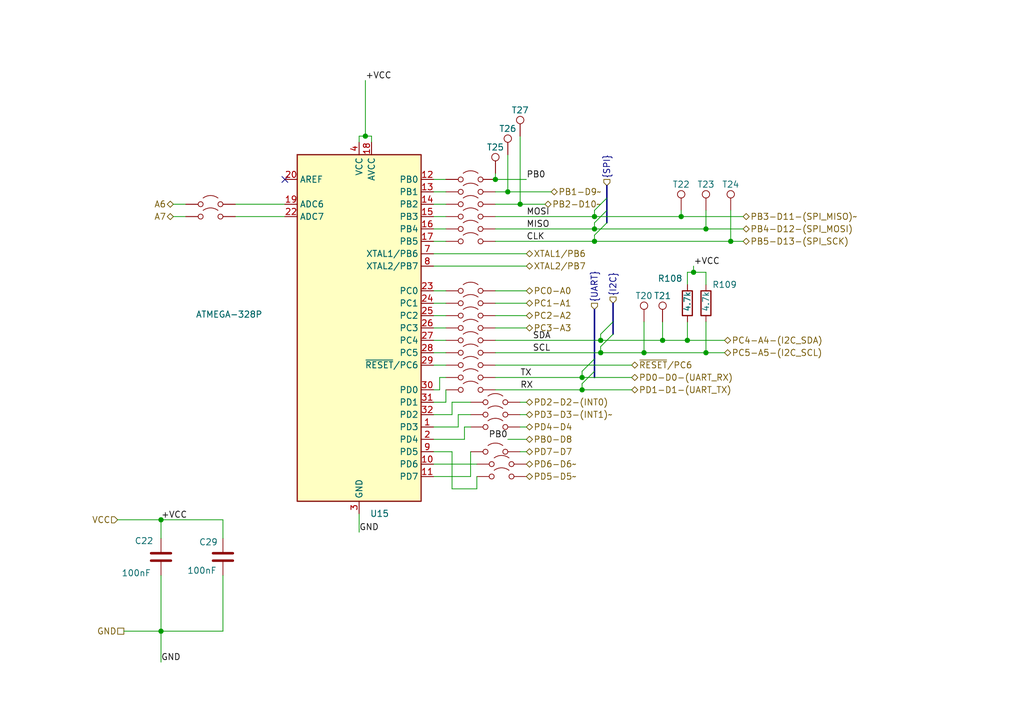
<source format=kicad_sch>
(kicad_sch (version 20231120) (generator "eeschema") (generator_version "8.0")
  (paper "A5")
  (title_block (title "MCU interfaces") (date "2024-04-17") (rev "1.0"))
  (lib_symbols
    (symbol "Connector:TestPoint" (pin_numbers hide) (pin_names (offset 0.762) hide)
      (property "Reference" "TP" (at 0 6.858 0))
      (property "Value" "TestPoint" (at 0 5.08 0))
      (symbol "TestPoint_0_1"
        (circle (center 0 3.302) (radius 0.762))
      )
      (symbol "TestPoint_1_1"
        (pin passive line (at 0 0 90) (length 2.54) (name "1") (number "1"))
      )
    )
    (symbol "Device:C" (pin_numbers hide) (pin_names (offset 0.254))
      (property "Reference" "C" (at 0.635 2.54 0))
      (property "Value" "C" (at 0.635 -2.54 0))
      (symbol "C_0_1"
        (polyline (pts (xy -2.032 -0.762) (xy 2.032 -0.762)) (stroke (width 0.508)))
        (polyline (pts (xy -2.032 0.762) (xy 2.032 0.762)) (stroke (width 0.508)))
      )
      (symbol "C_1_1"
        (pin passive line (at 0 3.81 270) (length 2.794) (name "~") (number "1"))
        (pin passive line (at 0 -3.81 90) (length 2.794) (name "~") (number "2"))
      )
    )
    (symbol "Device:R" (pin_numbers hide) (pin_names (offset 0))
      (property "Reference" "R" (at 2.032 0 90))
      (property "Value" "R" (at 0 0 90))
      (symbol "R_0_1"
        (rectangle (start -1.016 -2.54) (end 1.016 2.54) (stroke (width 0.254)))
      )
      (symbol "R_1_1"
        (pin passive line (at 0 3.81 270) (length 1.27) (name "~") (number "1"))
        (pin passive line (at 0 -3.81 90) (length 1.27) (name "~") (number "2"))
      )
    )
    (symbol "Jumper:Jumper_2_Open" (pin_numbers hide) (pin_names (offset 0) hide) (exclude_from_sim yes)
      (property "Reference" "JP" (at 0 2.794 0))
      (property "Value" "Jumper_2_Open" (at 0 -2.286 0))
      (symbol "Jumper_2_Open_0_0"
        (circle (center -2.032 0) (radius 0.508))
        (circle (center 2.032 0) (radius 0.508))
      )
      (symbol "Jumper_2_Open_0_1"
        (arc (start 1.524 1.27) (mid 0 1.778) (end -1.524 1.27))
      )
      (symbol "Jumper_2_Open_1_1"
        (pin passive line (at -5.08 0 0) (length 2.54) (name "A") (number "1"))
        (pin passive line (at 5.08 0 180) (length 2.54) (name "B") (number "2"))
      )
    )
    (symbol "MCU_Microchip_ATmega:ATmega328P-A"
      (property "Reference" "U" (at -12.7 36.83 0))
      (property "Value" "ATmega328P-A" (at 2.54 -36.83 0))
      (symbol "ATmega328P-A_0_1"
        (rectangle (start -12.7 -35.56) (end 12.7 35.56) (stroke (width 0.254)) (fill (type background)))
      )
      (symbol "ATmega328P-A_1_1"
        (pin bidirectional line (at 15.24 -20.32 180) (length 2.54) (name "PD3") (number "1"))
        (pin bidirectional line (at 15.24 -27.94 180) (length 2.54) (name "PD6") (number "10"))
        (pin bidirectional line (at 15.24 -30.48 180) (length 2.54) (name "PD7") (number "11"))
        (pin bidirectional line (at 15.24 30.48 180) (length 2.54) (name "PB0") (number "12"))
        (pin bidirectional line (at 15.24 27.94 180) (length 2.54) (name "PB1") (number "13"))
        (pin bidirectional line (at 15.24 25.4 180) (length 2.54) (name "PB2") (number "14"))
        (pin bidirectional line (at 15.24 22.86 180) (length 2.54) (name "PB3") (number "15"))
        (pin bidirectional line (at 15.24 20.32 180) (length 2.54) (name "PB4") (number "16"))
        (pin bidirectional line (at 15.24 17.78 180) (length 2.54) (name "PB5") (number "17"))
        (pin power_in line (at 2.54 38.1 270) (length 2.54) (name "AVCC") (number "18"))
        (pin input line (at -15.24 25.4 0) (length 2.54) (name "ADC6") (number "19"))
        (pin bidirectional line (at 15.24 -22.86 180) (length 2.54) (name "PD4") (number "2"))
        (pin passive line (at -15.24 30.48 0) (length 2.54) (name "AREF") (number "20"))
        (pin passive line (at 0 -38.1 90) (length 2.54) hide (name "GND") (number "21"))
        (pin input line (at -15.24 22.86 0) (length 2.54) (name "ADC7") (number "22"))
        (pin bidirectional line (at 15.24 7.62 180) (length 2.54) (name "PC0") (number "23"))
        (pin bidirectional line (at 15.24 5.08 180) (length 2.54) (name "PC1") (number "24"))
        (pin bidirectional line (at 15.24 2.54 180) (length 2.54) (name "PC2") (number "25"))
        (pin bidirectional line (at 15.24 0 180) (length 2.54) (name "PC3") (number "26"))
        (pin bidirectional line (at 15.24 -2.54 180) (length 2.54) (name "PC4") (number "27"))
        (pin bidirectional line (at 15.24 -5.08 180) (length 2.54) (name "PC5") (number "28"))
        (pin bidirectional line (at 15.24 -7.62 180) (length 2.54) (name "~{RESET}/PC6") (number "29"))
        (pin power_in line (at 0 -38.1 90) (length 2.54) (name "GND") (number "3"))
        (pin bidirectional line (at 15.24 -12.7 180) (length 2.54) (name "PD0") (number "30"))
        (pin bidirectional line (at 15.24 -15.24 180) (length 2.54) (name "PD1") (number "31"))
        (pin bidirectional line (at 15.24 -17.78 180) (length 2.54) (name "PD2") (number "32"))
        (pin power_in line (at 0 38.1 270) (length 2.54) (name "VCC") (number "4"))
        (pin passive line (at 0 -38.1 90) (length 2.54) hide (name "GND") (number "5"))
        (pin passive line (at 0 38.1 270) (length 2.54) hide (name "VCC") (number "6"))
        (pin bidirectional line (at 15.24 15.24 180) (length 2.54) (name "XTAL1/PB6") (number "7"))
        (pin bidirectional line (at 15.24 12.7 180) (length 2.54) (name "XTAL2/PB7") (number "8"))
        (pin bidirectional line (at 15.24 -25.4 180) (length 2.54) (name "PD5") (number "9"))
      )
    )
  )
  (junction (at 139.7 44.45))
  (junction (at 33.02 106.68))
  (junction (at 121.92 44.45))
  (junction (at 74.93 27.94))
  (junction (at 132.08 72.39))
  (junction (at 140.97 69.85))
  (junction (at 121.92 49.53))
  (junction (at 119.38 80.01))
  (junction (at 121.92 46.99))
  (junction (at 33.02 129.54))
  (junction (at 104.14 39.37))
  (junction (at 149.86 49.53))
  (junction (at 119.38 77.47))
  (junction (at 144.78 72.39))
  (junction (at 106.68 41.91))
  (junction (at 135.89 69.85))
  (junction (at 144.78 46.99))
  (junction (at 123.19 72.39))
  (junction (at 142.24 55.88))
  (junction (at 101.6 36.83))
  (junction (at 123.19 69.85))
  (no_connect (at 58.42 36.83))
  (bus_entry (at 121.92 45.72) (size 2.54 -2.54))
  (bus_entry (at 123.19 68.58) (size 2.54 -2.54))
  (bus_entry (at 121.92 48.26) (size 2.54 -2.54))
  (bus_entry (at 121.92 43.18) (size 2.54 -2.54))
  (bus_entry (at 123.19 71.12) (size 2.54 -2.54))
  (bus_entry (at 121.92 76.2) (size -2.54 2.54))
  (bus_entry (at 121.92 73.66) (size -2.54 2.54))
  (wire (pts (xy 106.68 92.71) (xy 107.95 92.71)))
  (wire (pts (xy 88.9 44.45) (xy 91.44 44.45)))
  (wire (pts (xy 140.97 66.04) (xy 140.97 69.85)))
  (wire (pts (xy 140.97 69.85) (xy 148.59 69.85)))
  (wire (pts (xy 123.19 72.39) (xy 132.08 72.39)))
  (wire (pts (xy 88.9 59.69) (xy 91.44 59.69)))
  (wire (pts (xy 48.26 44.45) (xy 58.42 44.45)))
  (wire (pts (xy 142.24 55.88) (xy 140.97 55.88)))
  (wire (pts (xy 88.9 41.91) (xy 91.44 41.91)))
  (wire (pts (xy 135.89 66.04) (xy 135.89 69.85)))
  (wire (pts (xy 101.6 62.23) (xy 107.95 62.23)))
  (wire (pts (xy 144.78 66.04) (xy 144.78 72.39)))
  (wire (pts (xy 104.14 90.17) (xy 107.95 90.17)))
  (wire (pts (xy 88.9 97.79) (xy 96.52 97.79)))
  (wire (pts (xy 25.4 129.54) (xy 33.02 129.54)))
  (wire (pts (xy 101.6 80.01) (xy 119.38 80.01)))
  (wire (pts (xy 92.71 92.71) (xy 92.71 100.33)))
  (wire (pts (xy 92.71 100.33) (xy 97.79 100.33)))
  (wire (pts (xy 76.2 27.94) (xy 76.2 29.21)))
  (wire (pts (xy 149.86 43.18) (xy 149.86 49.53)))
  (wire (pts (xy 135.89 69.85) (xy 140.97 69.85)))
  (wire (pts (xy 144.78 72.39) (xy 148.59 72.39)))
  (bus (pts (xy 125.73 66.04) (xy 125.73 68.58)))
  (wire (pts (xy 88.9 95.25) (xy 97.79 95.25)))
  (wire (pts (xy 88.9 54.61) (xy 107.95 54.61)))
  (wire (pts (xy 88.9 72.39) (xy 91.44 72.39)))
  (wire (pts (xy 142.24 55.88) (xy 144.78 55.88)))
  (wire (pts (xy 101.6 49.53) (xy 121.92 49.53)))
  (wire (pts (xy 97.79 97.79) (xy 97.79 100.33)))
  (wire (pts (xy 142.24 54.61) (xy 142.24 55.88)))
  (wire (pts (xy 101.6 69.85) (xy 123.19 69.85)))
  (wire (pts (xy 101.6 74.93) (xy 129.54 74.93)))
  (wire (pts (xy 88.9 39.37) (xy 91.44 39.37)))
  (wire (pts (xy 45.72 106.68) (xy 33.02 106.68)))
  (wire (pts (xy 88.9 92.71) (xy 92.71 92.71)))
  (wire (pts (xy 73.66 27.94) (xy 74.93 27.94)))
  (wire (pts (xy 140.97 55.88) (xy 140.97 58.42)))
  (wire (pts (xy 144.78 58.42) (xy 144.78 55.88)))
  (wire (pts (xy 139.7 44.45) (xy 152.4 44.45)))
  (wire (pts (xy 104.14 39.37) (xy 113.03 39.37)))
  (wire (pts (xy 45.72 118.11) (xy 45.72 129.54)))
  (wire (pts (xy 106.68 41.91) (xy 111.76 41.91)))
  (wire (pts (xy 90.17 77.47) (xy 91.44 77.47)))
  (wire (pts (xy 93.98 85.09) (xy 96.52 85.09)))
  (wire (pts (xy 88.9 90.17) (xy 95.25 90.17)))
  (wire (pts (xy 88.9 46.99) (xy 91.44 46.99)))
  (wire (pts (xy 101.6 67.31) (xy 107.95 67.31)))
  (wire (pts (xy 95.25 90.17) (xy 95.25 87.63)))
  (wire (pts (xy 101.6 77.47) (xy 119.38 77.47)))
  (wire (pts (xy 35.56 41.91) (xy 38.1 41.91)))
  (wire (pts (xy 88.9 85.09) (xy 92.71 85.09)))
  (wire (pts (xy 121.92 49.53) (xy 149.86 49.53)))
  (wire (pts (xy 48.26 41.91) (xy 58.42 41.91)))
  (wire (pts (xy 101.6 44.45) (xy 121.92 44.45)))
  (wire (pts (xy 88.9 36.83) (xy 91.44 36.83)))
  (wire (pts (xy 119.38 78.74) (xy 119.38 80.01)))
  (wire (pts (xy 73.66 109.22) (xy 73.66 105.41)))
  (bus (pts (xy 121.92 63.5) (xy 121.92 73.66)))
  (wire (pts (xy 101.6 41.91) (xy 106.68 41.91)))
  (wire (pts (xy 33.02 129.54) (xy 33.02 135.89)))
  (wire (pts (xy 88.9 67.31) (xy 91.44 67.31)))
  (wire (pts (xy 96.52 97.79) (xy 96.52 92.71)))
  (wire (pts (xy 33.02 106.68) (xy 33.02 110.49)))
  (wire (pts (xy 33.02 118.11) (xy 33.02 129.54)))
  (wire (pts (xy 95.25 87.63) (xy 96.52 87.63)))
  (wire (pts (xy 119.38 80.01) (xy 129.54 80.01)))
  (wire (pts (xy 121.92 46.99) (xy 144.78 46.99)))
  (wire (pts (xy 88.9 74.93) (xy 91.44 74.93)))
  (bus (pts (xy 121.92 76.2) (xy 121.92 77.47)))
  (wire (pts (xy 101.6 35.56) (xy 101.6 36.83)))
  (wire (pts (xy 88.9 69.85) (xy 91.44 69.85)))
  (wire (pts (xy 88.9 64.77) (xy 91.44 64.77)))
  (wire (pts (xy 104.14 31.75) (xy 104.14 39.37)))
  (wire (pts (xy 121.92 44.45) (xy 139.7 44.45)))
  (wire (pts (xy 88.9 80.01) (xy 90.17 80.01)))
  (wire (pts (xy 74.93 27.94) (xy 76.2 27.94)))
  (wire (pts (xy 35.56 44.45) (xy 38.1 44.45)))
  (wire (pts (xy 132.08 72.39) (xy 144.78 72.39)))
  (wire (pts (xy 106.68 27.94) (xy 106.68 41.91)))
  (wire (pts (xy 92.71 85.09) (xy 92.71 82.55)))
  (wire (pts (xy 92.71 82.55) (xy 96.52 82.55)))
  (bus (pts (xy 124.46 40.64) (xy 124.46 43.18)))
  (wire (pts (xy 73.66 27.94) (xy 73.66 29.21)))
  (wire (pts (xy 90.17 80.01) (xy 90.17 77.47)))
  (bus (pts (xy 124.46 43.18) (xy 124.46 45.72)))
  (bus (pts (xy 125.73 62.23) (xy 125.73 66.04)))
  (wire (pts (xy 101.6 59.69) (xy 107.95 59.69)))
  (wire (pts (xy 123.19 69.85) (xy 135.89 69.85)))
  (wire (pts (xy 88.9 87.63) (xy 93.98 87.63)))
  (wire (pts (xy 144.78 46.99) (xy 152.4 46.99)))
  (wire (pts (xy 101.6 46.99) (xy 121.92 46.99)))
  (wire (pts (xy 93.98 87.63) (xy 93.98 85.09)))
  (wire (pts (xy 139.7 43.18) (xy 139.7 44.45)))
  (wire (pts (xy 121.92 45.72) (xy 121.92 46.99)))
  (wire (pts (xy 101.6 72.39) (xy 123.19 72.39)))
  (wire (pts (xy 121.92 43.18) (xy 121.92 44.45)))
  (wire (pts (xy 121.92 48.26) (xy 121.92 49.53)))
  (wire (pts (xy 144.78 43.18) (xy 144.78 46.99)))
  (wire (pts (xy 149.86 49.53) (xy 152.4 49.53)))
  (wire (pts (xy 106.68 82.55) (xy 107.95 82.55)))
  (wire (pts (xy 88.9 52.07) (xy 107.95 52.07)))
  (wire (pts (xy 74.93 16.51) (xy 74.93 27.94)))
  (bus (pts (xy 124.46 38.1) (xy 124.46 40.64)))
  (wire (pts (xy 88.9 62.23) (xy 91.44 62.23)))
  (bus (pts (xy 121.92 73.66) (xy 121.92 76.2)))
  (wire (pts (xy 101.6 64.77) (xy 107.95 64.77)))
  (wire (pts (xy 88.9 49.53) (xy 91.44 49.53)))
  (wire (pts (xy 45.72 129.54) (xy 33.02 129.54)))
  (wire (pts (xy 24.13 106.68) (xy 33.02 106.68)))
  (wire (pts (xy 101.6 39.37) (xy 104.14 39.37)))
  (wire (pts (xy 106.68 87.63) (xy 107.95 87.63)))
  (wire (pts (xy 91.44 82.55) (xy 91.44 80.01)))
  (wire (pts (xy 123.19 68.58) (xy 123.19 69.85)))
  (wire (pts (xy 132.08 66.04) (xy 132.08 72.39)))
  (wire (pts (xy 101.6 36.83) (xy 107.95 36.83)))
  (wire (pts (xy 123.19 71.12) (xy 123.19 72.39)))
  (wire (pts (xy 45.72 110.49) (xy 45.72 106.68)))
  (wire (pts (xy 119.38 77.47) (xy 129.54 77.47)))
  (wire (pts (xy 119.38 76.2) (xy 119.38 77.47)))
  (wire (pts (xy 106.68 85.09) (xy 107.95 85.09)))
  (wire (pts (xy 88.9 82.55) (xy 91.44 82.55)))
  (label "SCL" (at 109.22 72.39 0))
  (label "PB0" (at 104.14 90.17 180))
  (label "RX" (at 106.68 80.01 0))
  (label "MISO" (at 107.95 46.99 0))
  (label "+VCC" (at 142.24 54.61 0))
  (label "GND" (at 33.02 135.89 0))
  (label "MOSI" (at 107.95 44.45 0))
  (label "CLK" (at 107.95 49.53 0))
  (label "SDA" (at 109.22 69.85 0))
  (label "+VCC" (at 74.93 16.51 0))
  (label "PB0" (at 107.95 36.83 0))
  (label "TX" (at 106.68 77.47 0))
  (label "+VCC" (at 33.02 106.68 0))
  (label "GND" (at 73.66 109.22 0))
  (hierarchical_label "PB0-D8" (shape bidirectional) (at 107.95 90.17 0))
  (hierarchical_label "GND" (shape passive) (at 25.4 129.54 180))
  (hierarchical_label "PC4-A4-(I2C_SDA)" (shape bidirectional) (at 148.59 69.85 0))
  (hierarchical_label "PC1-A1" (shape bidirectional) (at 107.95 62.23 0))
  (hierarchical_label "PB1-D9~" (shape bidirectional) (at 113.03 39.37 0))
  (hierarchical_label "PD5-D5~" (shape bidirectional) (at 107.95 97.79 0))
  (hierarchical_label "PC2-A2" (shape bidirectional) (at 107.95 64.77 0))
  (hierarchical_label "PD0-D0-(UART_RX)" (shape bidirectional) (at 129.54 77.47 0))
  (hierarchical_label "{SPI}" (shape input) (at 124.46 38.1 90))
  (hierarchical_label "PC5-A5-(I2C_SCL)" (shape bidirectional) (at 148.59 72.39 0))
  (hierarchical_label "PB4-D12-(SPI_MOSI)" (shape bidirectional) (at 152.4 46.99 0))
  (hierarchical_label "PC3-A3" (shape bidirectional) (at 107.95 67.31 0))
  (hierarchical_label "XTAL1/PB6" (shape bidirectional) (at 107.95 52.07 0))
  (hierarchical_label "PB2-D10~" (shape bidirectional) (at 111.76 41.91 0))
  (hierarchical_label "A7" (shape bidirectional) (at 35.56 44.45 180))
  (hierarchical_label "PB5-D13-(SPI_SCK)" (shape bidirectional) (at 152.4 49.53 0))
  (hierarchical_label "PD6-D6~" (shape bidirectional) (at 107.95 95.25 0))
  (hierarchical_label "A6" (shape bidirectional) (at 35.56 41.91 180))
  (hierarchical_label "PD2-D2-(INT0)" (shape bidirectional) (at 107.95 82.55 0))
  (hierarchical_label "PC0-A0" (shape bidirectional) (at 107.95 59.69 0))
  (hierarchical_label "{UART}" (shape input) (at 121.92 63.5 90))
  (hierarchical_label "PD7-D7" (shape bidirectional) (at 107.95 92.71 0))
  (hierarchical_label "PD4-D4" (shape bidirectional) (at 107.95 87.63 0))
  (hierarchical_label "PD1-D1-(UART_TX)" (shape bidirectional) (at 129.54 80.01 0))
  (hierarchical_label "PD3-D3-(INT1)~" (shape bidirectional) (at 107.95 85.09 0))
  (hierarchical_label "XTAL2/PB7" (shape bidirectional) (at 107.95 54.61 0))
  (hierarchical_label "PB3-D11-(SPI_MISO)~" (shape bidirectional) (at 152.4 44.45 0))
  (hierarchical_label "~{RESET}/PC6" (shape bidirectional) (at 129.54 74.93 0))
  (hierarchical_label "{I2C}" (shape input) (at 125.73 62.23 90))
  (hierarchical_label "VCC" (shape input) (at 24.13 106.68 180))
  (symbol (lib_id "Jumper:Jumper_2_Open") (at 101.6 87.63 0) (unit 1) (exclude_from_sim yes)
    (property "Reference" "JP25" (effects (hide yes)))
    (property "Value" "Jumper_2_Open" (effects (hide yes)))
    (property "Footprint" "Connector_PinHeader_1.27mm:PinHeader_1x02_P1.27mm_Vertical" (effects (hide yes)))
    (property "Description" "Jumper, 2-pole, open" (effects (hide yes)))
  )
  (symbol (lib_id "Jumper:Jumper_2_Open") (at 96.52 41.91 0) (unit 1) (exclude_from_sim yes)
    (property "Reference" "JP10" (effects (hide yes)))
    (property "Value" "Jumper_2_Open" (effects (hide yes)))
    (property "Footprint" "Connector_PinHeader_1.27mm:PinHeader_1x02_P1.27mm_Vertical" (effects (hide yes)))
    (property "Description" "Jumper, 2-pole, open" (effects (hide yes)))
  )
  (symbol (lib_id "Jumper:Jumper_2_Open") (at 96.52 69.85 0) (unit 1) (exclude_from_sim yes)
    (property "Reference" "JP18" (effects (hide yes)))
    (property "Value" "Jumper_2_Open" (effects (hide yes)))
    (property "Footprint" "Connector_PinHeader_1.27mm:PinHeader_1x02_P1.27mm_Vertical" (effects (hide yes)))
    (property "Description" "Jumper, 2-pole, open" (effects (hide yes)))
  )
  (symbol (lib_id "Jumper:Jumper_2_Open") (at 96.52 44.45 0) (unit 1) (exclude_from_sim yes)
    (property "Reference" "JP11" (effects (hide yes)))
    (property "Value" "Jumper_2_Open" (effects (hide yes)))
    (property "Footprint" "Connector_PinHeader_1.27mm:PinHeader_1x02_P1.27mm_Vertical" (effects (hide yes)))
    (property "Description" "Jumper, 2-pole, open" (effects (hide yes)))
  )
  (symbol (lib_id "Jumper:Jumper_2_Open") (at 96.52 74.93 0) (unit 1) (exclude_from_sim yes)
    (property "Reference" "JP20" (effects (hide yes)))
    (property "Value" "Jumper_2_Open" (effects (hide yes)))
    (property "Footprint" "Connector_PinHeader_1.27mm:PinHeader_1x02_P1.27mm_Vertical" (effects (hide yes)))
    (property "Description" "Jumper, 2-pole, open" (effects (hide yes)))
  )
  (symbol (lib_id "Jumper:Jumper_2_Open") (at 96.52 72.39 0) (unit 1) (exclude_from_sim yes)
    (property "Reference" "JP19" (effects (hide yes)))
    (property "Value" "Jumper_2_Open" (effects (hide yes)))
    (property "Footprint" "Connector_PinHeader_1.27mm:PinHeader_1x02_P1.27mm_Vertical" (effects (hide yes)))
    (property "Description" "Jumper, 2-pole, open" (effects (hide yes)))
  )
  (symbol (lib_id "Jumper:Jumper_2_Open") (at 96.52 39.37 0) (unit 1) (exclude_from_sim yes)
    (property "Reference" "JP9" (effects (hide yes)))
    (property "Value" "Jumper_2_Open" (effects (hide yes)))
    (property "Footprint" "Connector_PinHeader_1.27mm:PinHeader_1x02_P1.27mm_Vertical" (effects (hide yes)))
    (property "Description" "Jumper, 2-pole, open" (effects (hide yes)))
  )
  (symbol (lib_id "Connector:TestPoint") (at 139.7 43.18 0) (unit 1)
    (property "Reference" "T22" (at 139.7 37.846 0))
    (property "Value" "TP" (effects (hide yes)))
    (property "Footprint" "TestPoint:TestPoint_Pad_D1.0mm" (effects (hide yes)))
    (property "Description" "test point" (effects (hide yes)))
  )
  (symbol (lib_id "Jumper:Jumper_2_Open") (at 102.87 97.79 0) (unit 1) (exclude_from_sim yes)
    (property "Reference" "JP28" (effects (hide yes)))
    (property "Value" "Jumper_2_Open" (effects (hide yes)))
    (property "Footprint" "Connector_PinHeader_1.27mm:PinHeader_1x02_P1.27mm_Vertical" (effects (hide yes)))
    (property "Description" "Jumper, 2-pole, open" (effects (hide yes)))
  )
  (symbol (lib_id "Connector:TestPoint") (at 104.14 31.75 0) (unit 1)
    (property "Reference" "T26" (at 104.14 26.416 0))
    (property "Value" "TP" (effects (hide yes)))
    (property "Footprint" "TestPoint:TestPoint_Pad_D1.0mm" (effects (hide yes)))
    (property "Description" "test point" (effects (hide yes)))
  )
  (symbol (lib_id "Jumper:Jumper_2_Open") (at 102.87 95.25 0) (unit 1) (exclude_from_sim yes)
    (property "Reference" "JP27" (effects (hide yes)))
    (property "Value" "Jumper_2_Open" (effects (hide yes)))
    (property "Footprint" "Connector_PinHeader_1.27mm:PinHeader_1x02_P1.27mm_Vertical" (effects (hide yes)))
    (property "Description" "Jumper, 2-pole, open" (effects (hide yes)))
  )
  (symbol (lib_id "Connector:TestPoint") (at 135.89 66.04 0) (unit 1)
    (property "Reference" "T21" (at 135.89 60.706 0))
    (property "Value" "TP" (effects (hide yes)))
    (property "Footprint" "TestPoint:TestPoint_Pad_D1.0mm" (effects (hide yes)))
    (property "Description" "test point" (effects (hide yes)))
  )
  (symbol (lib_id "Jumper:Jumper_2_Open") (at 96.52 36.83 0) (unit 1) (exclude_from_sim yes)
    (property "Reference" "JP2" (effects (hide yes)))
    (property "Value" "Jumper_2_Open" (effects (hide yes)))
    (property "Footprint" "Connector_PinHeader_1.27mm:PinHeader_1x02_P1.27mm_Vertical" (effects (hide yes)))
    (property "Description" "Jumper, 2-pole, open" (effects (hide yes)))
  )
  (symbol (lib_id "Connector:TestPoint") (at 106.68 27.94 0) (unit 1)
    (property "Reference" "T27" (at 106.68 22.606 0))
    (property "Value" "TP" (effects (hide yes)))
    (property "Footprint" "TestPoint:TestPoint_Pad_D1.0mm" (effects (hide yes)))
    (property "Description" "test point" (effects (hide yes)))
  )
  (symbol (lib_id "Device:R") (at 140.97 62.23 0) (unit 1)
    (property "Reference" "R108" (at 134.874 57.15 0) (effects (justify left)))
    (property "Value" "4.7k" (at 140.97 64.008 90) (effects (justify left)))
    (property "Footprint" "Resistor_SMD:R_0603_1608Metric" (effects (hide yes)))
  )
  (symbol (lib_id "Jumper:Jumper_2_Open") (at 96.52 80.01 0) (unit 1) (exclude_from_sim yes)
    (property "Reference" "JP22" (effects (hide yes)))
    (property "Value" "Jumper_2_Open" (effects (hide yes)))
    (property "Footprint" "Connector_PinHeader_1.27mm:PinHeader_1x02_P1.27mm_Vertical" (effects (hide yes)))
    (property "Description" "Jumper, 2-pole, open" (effects (hide yes)))
  )
  (symbol (lib_id "MCU_Microchip_ATmega:ATmega328P-A") (at 73.66 67.31 0) (unit 1)
    (property "Reference" "U15" (at 75.8541 105.41 0) (effects (justify left)))
    (property "Value" "ATMEGA-328P" (at 40.132 64.516 0) (effects (justify left)))
    (property "Footprint" "Package_QFP:TQFP-32_7x7mm_P0.8mm" (effects (hide yes)))
    (property "Datasheet" "http://ww1.microchip.com/downloads/en/DeviceDoc/ATmega328_P%20AVR%20MCU%20with%20picoPower%20Technology%20Data%20Sheet%2040001984A.pdf" (effects (hide yes)))
    (property "Description" "20MHz, 32kB Flash, 2kB SRAM, 1kB EEPROM, TQFP-32" (effects (hide yes)))
  )
  (symbol (lib_id "Jumper:Jumper_2_Open") (at 96.52 62.23 0) (unit 1) (exclude_from_sim yes)
    (property "Reference" "JP15" (effects (hide yes)))
    (property "Value" "Jumper_2_Open" (effects (hide yes)))
    (property "Footprint" "Connector_PinHeader_1.27mm:PinHeader_1x02_P1.27mm_Vertical" (effects (hide yes)))
    (property "Description" "Jumper, 2-pole, open" (effects (hide yes)))
  )
  (symbol (lib_id "Jumper:Jumper_2_Open") (at 43.18 41.91 0) (mirror y) (unit 1) (exclude_from_sim yes)
    (property "Reference" "JP1" (effects (hide yes)))
    (property "Value" "Jumper_2_Open" (effects (hide yes)))
    (property "Footprint" "Connector_PinHeader_1.27mm:PinHeader_1x02_P1.27mm_Vertical" (effects (hide yes)))
    (property "Description" "Jumper, 2-pole, open" (effects (hide yes)))
  )
  (symbol (lib_id "Jumper:Jumper_2_Open") (at 96.52 46.99 0) (unit 1) (exclude_from_sim yes)
    (property "Reference" "JP12" (effects (hide yes)))
    (property "Value" "Jumper_2_Open" (effects (hide yes)))
    (property "Footprint" "Connector_PinHeader_1.27mm:PinHeader_1x02_P1.27mm_Vertical" (effects (hide yes)))
    (property "Description" "Jumper, 2-pole, open" (effects (hide yes)))
  )
  (symbol (lib_id "Device:R") (at 144.78 62.23 0) (unit 1)
    (property "Reference" "R109" (at 146.05 58.42 0) (effects (justify left)))
    (property "Value" "4.7k" (at 144.78 64.008 90) (effects (justify left)))
    (property "Footprint" "Resistor_SMD:R_0603_1608Metric" (effects (hide yes)))
  )
  (symbol (lib_id "Connector:TestPoint") (at 132.08 66.04 0) (unit 1)
    (property "Reference" "T20" (at 132.08 60.706 0))
    (property "Value" "TP" (effects (hide yes)))
    (property "Footprint" "TestPoint:TestPoint_Pad_D1.0mm" (effects (hide yes)))
    (property "Description" "test point" (effects (hide yes)))
  )
  (symbol (lib_id "Jumper:Jumper_2_Open") (at 96.52 49.53 0) (unit 1) (exclude_from_sim yes)
    (property "Reference" "JP13" (effects (hide yes)))
    (property "Value" "Jumper_2_Open" (effects (hide yes)))
    (property "Footprint" "Connector_PinHeader_1.27mm:PinHeader_1x02_P1.27mm_Vertical" (effects (hide yes)))
    (property "Description" "Jumper, 2-pole, open" (effects (hide yes)))
  )
  (symbol (lib_id "Connector:TestPoint") (at 101.6 35.56 0) (unit 1)
    (property "Reference" "T25" (at 101.6 30.226 0))
    (property "Value" "TP" (effects (hide yes)))
    (property "Footprint" "TestPoint:TestPoint_Pad_D1.0mm" (effects (hide yes)))
    (property "Description" "test point" (effects (hide yes)))
  )
  (symbol (lib_id "Device:C") (at 45.72 114.3 180) (unit 1)
    (property "Reference" "C29" (at 44.704 111.252 0) (effects (justify left)))
    (property "Value" "100nF" (at 44.45 117.094 0) (effects (justify left)))
    (property "Footprint" "Capacitor_SMD:C_0603_1608Metric" (effects (hide yes)))
  )
  (symbol (lib_id "Jumper:Jumper_2_Open") (at 96.52 64.77 0) (unit 1) (exclude_from_sim yes)
    (property "Reference" "JP16" (effects (hide yes)))
    (property "Value" "Jumper_2_Open" (effects (hide yes)))
    (property "Footprint" "Connector_PinHeader_1.27mm:PinHeader_1x02_P1.27mm_Vertical" (effects (hide yes)))
    (property "Description" "Jumper, 2-pole, open" (effects (hide yes)))
  )
  (symbol (lib_id "Jumper:Jumper_2_Open") (at 101.6 92.71 0) (unit 1) (exclude_from_sim yes)
    (property "Reference" "JP26" (effects (hide yes)))
    (property "Value" "Jumper_2_Open" (effects (hide yes)))
    (property "Footprint" "Connector_PinHeader_1.27mm:PinHeader_1x02_P1.27mm_Vertical" (effects (hide yes)))
    (property "Description" "Jumper, 2-pole, open" (effects (hide yes)))
  )
  (symbol (lib_id "Jumper:Jumper_2_Open") (at 96.52 77.47 0) (unit 1) (exclude_from_sim yes)
    (property "Reference" "JP21" (effects (hide yes)))
    (property "Value" "Jumper_2_Open" (effects (hide yes)))
    (property "Footprint" "Connector_PinHeader_1.27mm:PinHeader_1x02_P1.27mm_Vertical" (effects (hide yes)))
    (property "Description" "Jumper, 2-pole, open" (effects (hide yes)))
  )
  (symbol (lib_id "Connector:TestPoint") (at 149.86 43.18 0) (unit 1)
    (property "Reference" "T24" (at 149.86 37.846 0))
    (property "Value" "TP" (effects (hide yes)))
    (property "Footprint" "TestPoint:TestPoint_Pad_D1.0mm" (effects (hide yes)))
    (property "Description" "test point" (effects (hide yes)))
  )
  (symbol (lib_id "Device:C") (at 33.02 114.3 180) (unit 1)
    (property "Reference" "C22" (at 31.496 110.998 0) (effects (justify left)))
    (property "Value" "100nF" (at 30.988 117.602 0) (effects (justify left)))
    (property "Footprint" "Capacitor_SMD:C_0603_1608Metric" (effects (hide yes)))
  )
  (symbol (lib_id "Jumper:Jumper_2_Open") (at 96.52 59.69 0) (unit 1) (exclude_from_sim yes)
    (property "Reference" "JP14" (effects (hide yes)))
    (property "Value" "Jumper_2_Open" (effects (hide yes)))
    (property "Footprint" "Connector_PinHeader_1.27mm:PinHeader_1x02_P1.27mm_Vertical" (effects (hide yes)))
    (property "Description" "Jumper, 2-pole, open" (effects (hide yes)))
  )
  (symbol (lib_id "Jumper:Jumper_2_Open") (at 43.18 44.45 0) (mirror y) (unit 1) (exclude_from_sim yes)
    (property "Reference" "JP3" (effects (hide yes)))
    (property "Value" "Jumper_2_Open" (effects (hide yes)))
    (property "Footprint" "Connector_PinHeader_1.27mm:PinHeader_1x02_P1.27mm_Vertical" (effects (hide yes)))
    (property "Description" "Jumper, 2-pole, open" (effects (hide yes)))
  )
  (symbol (lib_id "Jumper:Jumper_2_Open") (at 96.52 67.31 0) (unit 1) (exclude_from_sim yes)
    (property "Reference" "JP17" (effects (hide yes)))
    (property "Value" "Jumper_2_Open" (effects (hide yes)))
    (property "Footprint" "Connector_PinHeader_1.27mm:PinHeader_1x02_P1.27mm_Vertical" (effects (hide yes)))
    (property "Description" "Jumper, 2-pole, open" (effects (hide yes)))
  )
  (symbol (lib_id "Connector:TestPoint") (at 144.78 43.18 0) (unit 1)
    (property "Reference" "T23" (at 144.78 37.846 0))
    (property "Value" "TP" (effects (hide yes)))
    (property "Footprint" "TestPoint:TestPoint_Pad_D1.0mm" (effects (hide yes)))
    (property "Description" "test point" (effects (hide yes)))
  )
  (symbol (lib_id "Jumper:Jumper_2_Open") (at 101.6 85.09 0) (unit 1) (exclude_from_sim yes)
    (property "Reference" "JP24" (effects (hide yes)))
    (property "Value" "Jumper_2_Open" (effects (hide yes)))
    (property "Footprint" "Connector_PinHeader_1.27mm:PinHeader_1x02_P1.27mm_Vertical" (effects (hide yes)))
    (property "Description" "Jumper, 2-pole, open" (effects (hide yes)))
  )
  (symbol (lib_id "Jumper:Jumper_2_Open") (at 101.6 82.55 0) (unit 1) (exclude_from_sim yes)
    (property "Reference" "JP23" (effects (hide yes)))
    (property "Value" "Jumper_2_Open" (effects (hide yes)))
    (property "Footprint" "Connector_PinHeader_1.27mm:PinHeader_1x02_P1.27mm_Vertical" (effects (hide yes)))
    (property "Description" "Jumper, 2-pole, open" (effects (hide yes)))
  )
)
</source>
